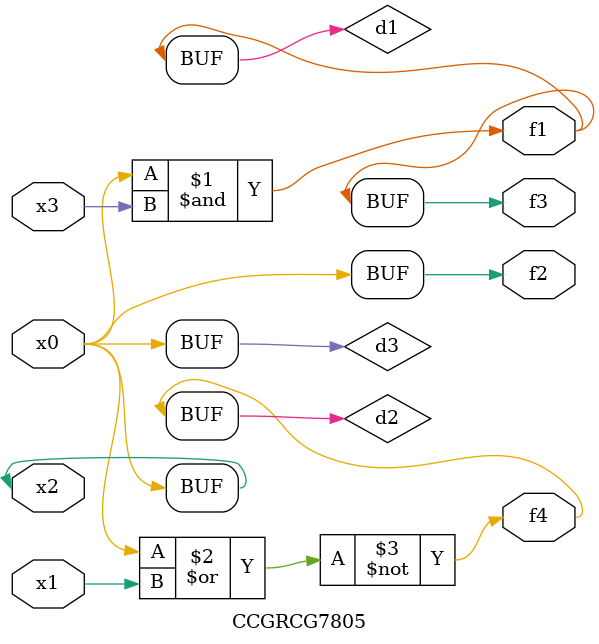
<source format=v>
module CCGRCG7805(
	input x0, x1, x2, x3,
	output f1, f2, f3, f4
);

	wire d1, d2, d3;

	and (d1, x2, x3);
	nor (d2, x0, x1);
	buf (d3, x0, x2);
	assign f1 = d1;
	assign f2 = d3;
	assign f3 = d1;
	assign f4 = d2;
endmodule

</source>
